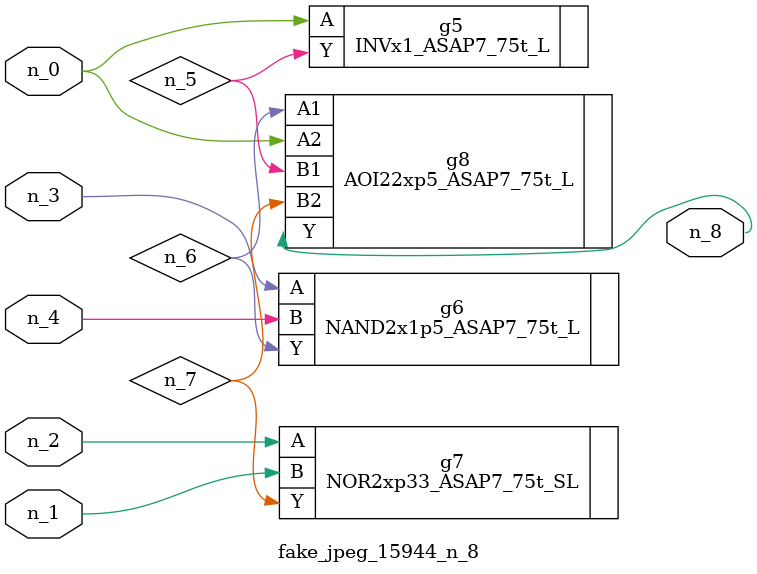
<source format=v>
module fake_jpeg_15944_n_8 (n_3, n_2, n_1, n_0, n_4, n_8);

input n_3;
input n_2;
input n_1;
input n_0;
input n_4;

output n_8;

wire n_6;
wire n_5;
wire n_7;

INVx1_ASAP7_75t_L g5 ( 
.A(n_0),
.Y(n_5)
);

NAND2x1p5_ASAP7_75t_L g6 ( 
.A(n_3),
.B(n_4),
.Y(n_6)
);

NOR2xp33_ASAP7_75t_SL g7 ( 
.A(n_2),
.B(n_1),
.Y(n_7)
);

AOI22xp5_ASAP7_75t_L g8 ( 
.A1(n_6),
.A2(n_0),
.B1(n_5),
.B2(n_7),
.Y(n_8)
);


endmodule
</source>
